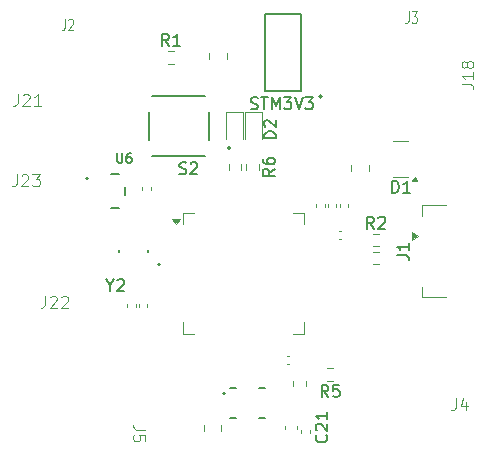
<source format=gbr>
%TF.GenerationSoftware,KiCad,Pcbnew,9.0.3*%
%TF.CreationDate,2025-08-28T18:14:41+08:00*%
%TF.ProjectId,STM_Board,53544d5f-426f-4617-9264-2e6b69636164,rev?*%
%TF.SameCoordinates,Original*%
%TF.FileFunction,Legend,Top*%
%TF.FilePolarity,Positive*%
%FSLAX46Y46*%
G04 Gerber Fmt 4.6, Leading zero omitted, Abs format (unit mm)*
G04 Created by KiCad (PCBNEW 9.0.3) date 2025-08-28 18:14:41*
%MOMM*%
%LPD*%
G01*
G04 APERTURE LIST*
%ADD10C,0.100000*%
%ADD11C,0.150000*%
%ADD12C,0.120000*%
%ADD13C,0.127000*%
%ADD14C,0.200000*%
%ADD15C,0.203200*%
G04 APERTURE END LIST*
D10*
X136992580Y-89116666D02*
X136278295Y-89116666D01*
X136278295Y-89116666D02*
X136135438Y-89069047D01*
X136135438Y-89069047D02*
X136040200Y-88973809D01*
X136040200Y-88973809D02*
X135992580Y-88830952D01*
X135992580Y-88830952D02*
X135992580Y-88735714D01*
X136992580Y-90069047D02*
X136992580Y-89592857D01*
X136992580Y-89592857D02*
X136516390Y-89545238D01*
X136516390Y-89545238D02*
X136564009Y-89592857D01*
X136564009Y-89592857D02*
X136611628Y-89688095D01*
X136611628Y-89688095D02*
X136611628Y-89926190D01*
X136611628Y-89926190D02*
X136564009Y-90021428D01*
X136564009Y-90021428D02*
X136516390Y-90069047D01*
X136516390Y-90069047D02*
X136421152Y-90116666D01*
X136421152Y-90116666D02*
X136183057Y-90116666D01*
X136183057Y-90116666D02*
X136087819Y-90069047D01*
X136087819Y-90069047D02*
X136040200Y-90021428D01*
X136040200Y-90021428D02*
X135992580Y-89926190D01*
X135992580Y-89926190D02*
X135992580Y-89688095D01*
X135992580Y-89688095D02*
X136040200Y-89592857D01*
X136040200Y-89592857D02*
X136087819Y-89545238D01*
D11*
X148078819Y-64438094D02*
X147078819Y-64438094D01*
X147078819Y-64438094D02*
X147078819Y-64199999D01*
X147078819Y-64199999D02*
X147126438Y-64057142D01*
X147126438Y-64057142D02*
X147221676Y-63961904D01*
X147221676Y-63961904D02*
X147316914Y-63914285D01*
X147316914Y-63914285D02*
X147507390Y-63866666D01*
X147507390Y-63866666D02*
X147650247Y-63866666D01*
X147650247Y-63866666D02*
X147840723Y-63914285D01*
X147840723Y-63914285D02*
X147935961Y-63961904D01*
X147935961Y-63961904D02*
X148031200Y-64057142D01*
X148031200Y-64057142D02*
X148078819Y-64199999D01*
X148078819Y-64199999D02*
X148078819Y-64438094D01*
X147174057Y-63485713D02*
X147126438Y-63438094D01*
X147126438Y-63438094D02*
X147078819Y-63342856D01*
X147078819Y-63342856D02*
X147078819Y-63104761D01*
X147078819Y-63104761D02*
X147126438Y-63009523D01*
X147126438Y-63009523D02*
X147174057Y-62961904D01*
X147174057Y-62961904D02*
X147269295Y-62914285D01*
X147269295Y-62914285D02*
X147364533Y-62914285D01*
X147364533Y-62914285D02*
X147507390Y-62961904D01*
X147507390Y-62961904D02*
X148078819Y-63533332D01*
X148078819Y-63533332D02*
X148078819Y-62914285D01*
X147984819Y-67041666D02*
X147508628Y-67374999D01*
X147984819Y-67613094D02*
X146984819Y-67613094D01*
X146984819Y-67613094D02*
X146984819Y-67232142D01*
X146984819Y-67232142D02*
X147032438Y-67136904D01*
X147032438Y-67136904D02*
X147080057Y-67089285D01*
X147080057Y-67089285D02*
X147175295Y-67041666D01*
X147175295Y-67041666D02*
X147318152Y-67041666D01*
X147318152Y-67041666D02*
X147413390Y-67089285D01*
X147413390Y-67089285D02*
X147461009Y-67136904D01*
X147461009Y-67136904D02*
X147508628Y-67232142D01*
X147508628Y-67232142D02*
X147508628Y-67613094D01*
X146984819Y-66184523D02*
X146984819Y-66374999D01*
X146984819Y-66374999D02*
X147032438Y-66470237D01*
X147032438Y-66470237D02*
X147080057Y-66517856D01*
X147080057Y-66517856D02*
X147222914Y-66613094D01*
X147222914Y-66613094D02*
X147413390Y-66660713D01*
X147413390Y-66660713D02*
X147794342Y-66660713D01*
X147794342Y-66660713D02*
X147889580Y-66613094D01*
X147889580Y-66613094D02*
X147937200Y-66565475D01*
X147937200Y-66565475D02*
X147984819Y-66470237D01*
X147984819Y-66470237D02*
X147984819Y-66279761D01*
X147984819Y-66279761D02*
X147937200Y-66184523D01*
X147937200Y-66184523D02*
X147889580Y-66136904D01*
X147889580Y-66136904D02*
X147794342Y-66089285D01*
X147794342Y-66089285D02*
X147556247Y-66089285D01*
X147556247Y-66089285D02*
X147461009Y-66136904D01*
X147461009Y-66136904D02*
X147413390Y-66184523D01*
X147413390Y-66184523D02*
X147365771Y-66279761D01*
X147365771Y-66279761D02*
X147365771Y-66470237D01*
X147365771Y-66470237D02*
X147413390Y-66565475D01*
X147413390Y-66565475D02*
X147461009Y-66613094D01*
X147461009Y-66613094D02*
X147556247Y-66660713D01*
X157924405Y-69054819D02*
X157924405Y-68054819D01*
X157924405Y-68054819D02*
X158162500Y-68054819D01*
X158162500Y-68054819D02*
X158305357Y-68102438D01*
X158305357Y-68102438D02*
X158400595Y-68197676D01*
X158400595Y-68197676D02*
X158448214Y-68292914D01*
X158448214Y-68292914D02*
X158495833Y-68483390D01*
X158495833Y-68483390D02*
X158495833Y-68626247D01*
X158495833Y-68626247D02*
X158448214Y-68816723D01*
X158448214Y-68816723D02*
X158400595Y-68911961D01*
X158400595Y-68911961D02*
X158305357Y-69007200D01*
X158305357Y-69007200D02*
X158162500Y-69054819D01*
X158162500Y-69054819D02*
X157924405Y-69054819D01*
X159448214Y-69054819D02*
X158876786Y-69054819D01*
X159162500Y-69054819D02*
X159162500Y-68054819D01*
X159162500Y-68054819D02*
X159067262Y-68197676D01*
X159067262Y-68197676D02*
X158972024Y-68292914D01*
X158972024Y-68292914D02*
X158876786Y-68340533D01*
D10*
X126240476Y-60707419D02*
X126240476Y-61421704D01*
X126240476Y-61421704D02*
X126192857Y-61564561D01*
X126192857Y-61564561D02*
X126097619Y-61659800D01*
X126097619Y-61659800D02*
X125954762Y-61707419D01*
X125954762Y-61707419D02*
X125859524Y-61707419D01*
X126669048Y-60802657D02*
X126716667Y-60755038D01*
X126716667Y-60755038D02*
X126811905Y-60707419D01*
X126811905Y-60707419D02*
X127050000Y-60707419D01*
X127050000Y-60707419D02*
X127145238Y-60755038D01*
X127145238Y-60755038D02*
X127192857Y-60802657D01*
X127192857Y-60802657D02*
X127240476Y-60897895D01*
X127240476Y-60897895D02*
X127240476Y-60993133D01*
X127240476Y-60993133D02*
X127192857Y-61135990D01*
X127192857Y-61135990D02*
X126621429Y-61707419D01*
X126621429Y-61707419D02*
X127240476Y-61707419D01*
X128192857Y-61707419D02*
X127621429Y-61707419D01*
X127907143Y-61707419D02*
X127907143Y-60707419D01*
X127907143Y-60707419D02*
X127811905Y-60850276D01*
X127811905Y-60850276D02*
X127716667Y-60945514D01*
X127716667Y-60945514D02*
X127621429Y-60993133D01*
D11*
X134048809Y-76888628D02*
X134048809Y-77364819D01*
X133715476Y-76364819D02*
X134048809Y-76888628D01*
X134048809Y-76888628D02*
X134382142Y-76364819D01*
X134667857Y-76460057D02*
X134715476Y-76412438D01*
X134715476Y-76412438D02*
X134810714Y-76364819D01*
X134810714Y-76364819D02*
X135048809Y-76364819D01*
X135048809Y-76364819D02*
X135144047Y-76412438D01*
X135144047Y-76412438D02*
X135191666Y-76460057D01*
X135191666Y-76460057D02*
X135239285Y-76555295D01*
X135239285Y-76555295D02*
X135239285Y-76650533D01*
X135239285Y-76650533D02*
X135191666Y-76793390D01*
X135191666Y-76793390D02*
X134620238Y-77364819D01*
X134620238Y-77364819D02*
X135239285Y-77364819D01*
D10*
X163807419Y-59859523D02*
X164521704Y-59859523D01*
X164521704Y-59859523D02*
X164664561Y-59907142D01*
X164664561Y-59907142D02*
X164759800Y-60002380D01*
X164759800Y-60002380D02*
X164807419Y-60145237D01*
X164807419Y-60145237D02*
X164807419Y-60240475D01*
X164807419Y-58859523D02*
X164807419Y-59430951D01*
X164807419Y-59145237D02*
X163807419Y-59145237D01*
X163807419Y-59145237D02*
X163950276Y-59240475D01*
X163950276Y-59240475D02*
X164045514Y-59335713D01*
X164045514Y-59335713D02*
X164093133Y-59430951D01*
X164235990Y-58288094D02*
X164188371Y-58383332D01*
X164188371Y-58383332D02*
X164140752Y-58430951D01*
X164140752Y-58430951D02*
X164045514Y-58478570D01*
X164045514Y-58478570D02*
X163997895Y-58478570D01*
X163997895Y-58478570D02*
X163902657Y-58430951D01*
X163902657Y-58430951D02*
X163855038Y-58383332D01*
X163855038Y-58383332D02*
X163807419Y-58288094D01*
X163807419Y-58288094D02*
X163807419Y-58097618D01*
X163807419Y-58097618D02*
X163855038Y-58002380D01*
X163855038Y-58002380D02*
X163902657Y-57954761D01*
X163902657Y-57954761D02*
X163997895Y-57907142D01*
X163997895Y-57907142D02*
X164045514Y-57907142D01*
X164045514Y-57907142D02*
X164140752Y-57954761D01*
X164140752Y-57954761D02*
X164188371Y-58002380D01*
X164188371Y-58002380D02*
X164235990Y-58097618D01*
X164235990Y-58097618D02*
X164235990Y-58288094D01*
X164235990Y-58288094D02*
X164283609Y-58383332D01*
X164283609Y-58383332D02*
X164331228Y-58430951D01*
X164331228Y-58430951D02*
X164426466Y-58478570D01*
X164426466Y-58478570D02*
X164616942Y-58478570D01*
X164616942Y-58478570D02*
X164712180Y-58430951D01*
X164712180Y-58430951D02*
X164759800Y-58383332D01*
X164759800Y-58383332D02*
X164807419Y-58288094D01*
X164807419Y-58288094D02*
X164807419Y-58097618D01*
X164807419Y-58097618D02*
X164759800Y-58002380D01*
X164759800Y-58002380D02*
X164712180Y-57954761D01*
X164712180Y-57954761D02*
X164616942Y-57907142D01*
X164616942Y-57907142D02*
X164426466Y-57907142D01*
X164426466Y-57907142D02*
X164331228Y-57954761D01*
X164331228Y-57954761D02*
X164283609Y-58002380D01*
X164283609Y-58002380D02*
X164235990Y-58097618D01*
D11*
X134640476Y-65712295D02*
X134640476Y-66359914D01*
X134640476Y-66359914D02*
X134678571Y-66436104D01*
X134678571Y-66436104D02*
X134716666Y-66474200D01*
X134716666Y-66474200D02*
X134792857Y-66512295D01*
X134792857Y-66512295D02*
X134945238Y-66512295D01*
X134945238Y-66512295D02*
X135021428Y-66474200D01*
X135021428Y-66474200D02*
X135059523Y-66436104D01*
X135059523Y-66436104D02*
X135097619Y-66359914D01*
X135097619Y-66359914D02*
X135097619Y-65712295D01*
X135821428Y-65712295D02*
X135669047Y-65712295D01*
X135669047Y-65712295D02*
X135592856Y-65750390D01*
X135592856Y-65750390D02*
X135554761Y-65788485D01*
X135554761Y-65788485D02*
X135478571Y-65902771D01*
X135478571Y-65902771D02*
X135440475Y-66055152D01*
X135440475Y-66055152D02*
X135440475Y-66359914D01*
X135440475Y-66359914D02*
X135478571Y-66436104D01*
X135478571Y-66436104D02*
X135516666Y-66474200D01*
X135516666Y-66474200D02*
X135592856Y-66512295D01*
X135592856Y-66512295D02*
X135745237Y-66512295D01*
X135745237Y-66512295D02*
X135821428Y-66474200D01*
X135821428Y-66474200D02*
X135859523Y-66436104D01*
X135859523Y-66436104D02*
X135897618Y-66359914D01*
X135897618Y-66359914D02*
X135897618Y-66169438D01*
X135897618Y-66169438D02*
X135859523Y-66093247D01*
X135859523Y-66093247D02*
X135821428Y-66055152D01*
X135821428Y-66055152D02*
X135745237Y-66017057D01*
X135745237Y-66017057D02*
X135592856Y-66017057D01*
X135592856Y-66017057D02*
X135516666Y-66055152D01*
X135516666Y-66055152D02*
X135478571Y-66093247D01*
X135478571Y-66093247D02*
X135440475Y-66169438D01*
D10*
X159316666Y-53707419D02*
X159316666Y-54421704D01*
X159316666Y-54421704D02*
X159283333Y-54564561D01*
X159283333Y-54564561D02*
X159216666Y-54659800D01*
X159216666Y-54659800D02*
X159116666Y-54707419D01*
X159116666Y-54707419D02*
X159050000Y-54707419D01*
X159583333Y-53707419D02*
X160016666Y-53707419D01*
X160016666Y-53707419D02*
X159783333Y-54088371D01*
X159783333Y-54088371D02*
X159883333Y-54088371D01*
X159883333Y-54088371D02*
X159949999Y-54135990D01*
X159949999Y-54135990D02*
X159983333Y-54183609D01*
X159983333Y-54183609D02*
X160016666Y-54278847D01*
X160016666Y-54278847D02*
X160016666Y-54516942D01*
X160016666Y-54516942D02*
X159983333Y-54612180D01*
X159983333Y-54612180D02*
X159949999Y-54659800D01*
X159949999Y-54659800D02*
X159883333Y-54707419D01*
X159883333Y-54707419D02*
X159683333Y-54707419D01*
X159683333Y-54707419D02*
X159616666Y-54659800D01*
X159616666Y-54659800D02*
X159583333Y-54612180D01*
D11*
X139028333Y-56624819D02*
X138695000Y-56148628D01*
X138456905Y-56624819D02*
X138456905Y-55624819D01*
X138456905Y-55624819D02*
X138837857Y-55624819D01*
X138837857Y-55624819D02*
X138933095Y-55672438D01*
X138933095Y-55672438D02*
X138980714Y-55720057D01*
X138980714Y-55720057D02*
X139028333Y-55815295D01*
X139028333Y-55815295D02*
X139028333Y-55958152D01*
X139028333Y-55958152D02*
X138980714Y-56053390D01*
X138980714Y-56053390D02*
X138933095Y-56101009D01*
X138933095Y-56101009D02*
X138837857Y-56148628D01*
X138837857Y-56148628D02*
X138456905Y-56148628D01*
X139980714Y-56624819D02*
X139409286Y-56624819D01*
X139695000Y-56624819D02*
X139695000Y-55624819D01*
X139695000Y-55624819D02*
X139599762Y-55767676D01*
X139599762Y-55767676D02*
X139504524Y-55862914D01*
X139504524Y-55862914D02*
X139409286Y-55910533D01*
X139925595Y-67442200D02*
X140068452Y-67489819D01*
X140068452Y-67489819D02*
X140306547Y-67489819D01*
X140306547Y-67489819D02*
X140401785Y-67442200D01*
X140401785Y-67442200D02*
X140449404Y-67394580D01*
X140449404Y-67394580D02*
X140497023Y-67299342D01*
X140497023Y-67299342D02*
X140497023Y-67204104D01*
X140497023Y-67204104D02*
X140449404Y-67108866D01*
X140449404Y-67108866D02*
X140401785Y-67061247D01*
X140401785Y-67061247D02*
X140306547Y-67013628D01*
X140306547Y-67013628D02*
X140116071Y-66966009D01*
X140116071Y-66966009D02*
X140020833Y-66918390D01*
X140020833Y-66918390D02*
X139973214Y-66870771D01*
X139973214Y-66870771D02*
X139925595Y-66775533D01*
X139925595Y-66775533D02*
X139925595Y-66680295D01*
X139925595Y-66680295D02*
X139973214Y-66585057D01*
X139973214Y-66585057D02*
X140020833Y-66537438D01*
X140020833Y-66537438D02*
X140116071Y-66489819D01*
X140116071Y-66489819D02*
X140354166Y-66489819D01*
X140354166Y-66489819D02*
X140497023Y-66537438D01*
X140877976Y-66585057D02*
X140925595Y-66537438D01*
X140925595Y-66537438D02*
X141020833Y-66489819D01*
X141020833Y-66489819D02*
X141258928Y-66489819D01*
X141258928Y-66489819D02*
X141354166Y-66537438D01*
X141354166Y-66537438D02*
X141401785Y-66585057D01*
X141401785Y-66585057D02*
X141449404Y-66680295D01*
X141449404Y-66680295D02*
X141449404Y-66775533D01*
X141449404Y-66775533D02*
X141401785Y-66918390D01*
X141401785Y-66918390D02*
X140830357Y-67489819D01*
X140830357Y-67489819D02*
X141449404Y-67489819D01*
X152528333Y-86334819D02*
X152195000Y-85858628D01*
X151956905Y-86334819D02*
X151956905Y-85334819D01*
X151956905Y-85334819D02*
X152337857Y-85334819D01*
X152337857Y-85334819D02*
X152433095Y-85382438D01*
X152433095Y-85382438D02*
X152480714Y-85430057D01*
X152480714Y-85430057D02*
X152528333Y-85525295D01*
X152528333Y-85525295D02*
X152528333Y-85668152D01*
X152528333Y-85668152D02*
X152480714Y-85763390D01*
X152480714Y-85763390D02*
X152433095Y-85811009D01*
X152433095Y-85811009D02*
X152337857Y-85858628D01*
X152337857Y-85858628D02*
X151956905Y-85858628D01*
X153433095Y-85334819D02*
X152956905Y-85334819D01*
X152956905Y-85334819D02*
X152909286Y-85811009D01*
X152909286Y-85811009D02*
X152956905Y-85763390D01*
X152956905Y-85763390D02*
X153052143Y-85715771D01*
X153052143Y-85715771D02*
X153290238Y-85715771D01*
X153290238Y-85715771D02*
X153385476Y-85763390D01*
X153385476Y-85763390D02*
X153433095Y-85811009D01*
X153433095Y-85811009D02*
X153480714Y-85906247D01*
X153480714Y-85906247D02*
X153480714Y-86144342D01*
X153480714Y-86144342D02*
X153433095Y-86239580D01*
X153433095Y-86239580D02*
X153385476Y-86287200D01*
X153385476Y-86287200D02*
X153290238Y-86334819D01*
X153290238Y-86334819D02*
X153052143Y-86334819D01*
X153052143Y-86334819D02*
X152956905Y-86287200D01*
X152956905Y-86287200D02*
X152909286Y-86239580D01*
X156383333Y-72099819D02*
X156050000Y-71623628D01*
X155811905Y-72099819D02*
X155811905Y-71099819D01*
X155811905Y-71099819D02*
X156192857Y-71099819D01*
X156192857Y-71099819D02*
X156288095Y-71147438D01*
X156288095Y-71147438D02*
X156335714Y-71195057D01*
X156335714Y-71195057D02*
X156383333Y-71290295D01*
X156383333Y-71290295D02*
X156383333Y-71433152D01*
X156383333Y-71433152D02*
X156335714Y-71528390D01*
X156335714Y-71528390D02*
X156288095Y-71576009D01*
X156288095Y-71576009D02*
X156192857Y-71623628D01*
X156192857Y-71623628D02*
X155811905Y-71623628D01*
X156764286Y-71195057D02*
X156811905Y-71147438D01*
X156811905Y-71147438D02*
X156907143Y-71099819D01*
X156907143Y-71099819D02*
X157145238Y-71099819D01*
X157145238Y-71099819D02*
X157240476Y-71147438D01*
X157240476Y-71147438D02*
X157288095Y-71195057D01*
X157288095Y-71195057D02*
X157335714Y-71290295D01*
X157335714Y-71290295D02*
X157335714Y-71385533D01*
X157335714Y-71385533D02*
X157288095Y-71528390D01*
X157288095Y-71528390D02*
X156716667Y-72099819D01*
X156716667Y-72099819D02*
X157335714Y-72099819D01*
D10*
X130216666Y-54307419D02*
X130216666Y-55021704D01*
X130216666Y-55021704D02*
X130183333Y-55164561D01*
X130183333Y-55164561D02*
X130116666Y-55259800D01*
X130116666Y-55259800D02*
X130016666Y-55307419D01*
X130016666Y-55307419D02*
X129950000Y-55307419D01*
X130516666Y-54402657D02*
X130549999Y-54355038D01*
X130549999Y-54355038D02*
X130616666Y-54307419D01*
X130616666Y-54307419D02*
X130783333Y-54307419D01*
X130783333Y-54307419D02*
X130849999Y-54355038D01*
X130849999Y-54355038D02*
X130883333Y-54402657D01*
X130883333Y-54402657D02*
X130916666Y-54497895D01*
X130916666Y-54497895D02*
X130916666Y-54593133D01*
X130916666Y-54593133D02*
X130883333Y-54735990D01*
X130883333Y-54735990D02*
X130483333Y-55307419D01*
X130483333Y-55307419D02*
X130916666Y-55307419D01*
X126140476Y-67507419D02*
X126140476Y-68221704D01*
X126140476Y-68221704D02*
X126092857Y-68364561D01*
X126092857Y-68364561D02*
X125997619Y-68459800D01*
X125997619Y-68459800D02*
X125854762Y-68507419D01*
X125854762Y-68507419D02*
X125759524Y-68507419D01*
X126569048Y-67602657D02*
X126616667Y-67555038D01*
X126616667Y-67555038D02*
X126711905Y-67507419D01*
X126711905Y-67507419D02*
X126950000Y-67507419D01*
X126950000Y-67507419D02*
X127045238Y-67555038D01*
X127045238Y-67555038D02*
X127092857Y-67602657D01*
X127092857Y-67602657D02*
X127140476Y-67697895D01*
X127140476Y-67697895D02*
X127140476Y-67793133D01*
X127140476Y-67793133D02*
X127092857Y-67935990D01*
X127092857Y-67935990D02*
X126521429Y-68507419D01*
X126521429Y-68507419D02*
X127140476Y-68507419D01*
X127473810Y-67507419D02*
X128092857Y-67507419D01*
X128092857Y-67507419D02*
X127759524Y-67888371D01*
X127759524Y-67888371D02*
X127902381Y-67888371D01*
X127902381Y-67888371D02*
X127997619Y-67935990D01*
X127997619Y-67935990D02*
X128045238Y-67983609D01*
X128045238Y-67983609D02*
X128092857Y-68078847D01*
X128092857Y-68078847D02*
X128092857Y-68316942D01*
X128092857Y-68316942D02*
X128045238Y-68412180D01*
X128045238Y-68412180D02*
X127997619Y-68459800D01*
X127997619Y-68459800D02*
X127902381Y-68507419D01*
X127902381Y-68507419D02*
X127616667Y-68507419D01*
X127616667Y-68507419D02*
X127521429Y-68459800D01*
X127521429Y-68459800D02*
X127473810Y-68412180D01*
X163296810Y-86476147D02*
X163296810Y-87190432D01*
X163296810Y-87190432D02*
X163249191Y-87333289D01*
X163249191Y-87333289D02*
X163153953Y-87428528D01*
X163153953Y-87428528D02*
X163011096Y-87476147D01*
X163011096Y-87476147D02*
X162915858Y-87476147D01*
X164201572Y-86809480D02*
X164201572Y-87476147D01*
X163963477Y-86428528D02*
X163725382Y-87142813D01*
X163725382Y-87142813D02*
X164344429Y-87142813D01*
D11*
X158348819Y-74333333D02*
X159063104Y-74333333D01*
X159063104Y-74333333D02*
X159205961Y-74380952D01*
X159205961Y-74380952D02*
X159301200Y-74476190D01*
X159301200Y-74476190D02*
X159348819Y-74619047D01*
X159348819Y-74619047D02*
X159348819Y-74714285D01*
X159348819Y-73333333D02*
X159348819Y-73904761D01*
X159348819Y-73619047D02*
X158348819Y-73619047D01*
X158348819Y-73619047D02*
X158491676Y-73714285D01*
X158491676Y-73714285D02*
X158586914Y-73809523D01*
X158586914Y-73809523D02*
X158634533Y-73904761D01*
X145973717Y-61932396D02*
X146116641Y-61980037D01*
X146116641Y-61980037D02*
X146354849Y-61980037D01*
X146354849Y-61980037D02*
X146450132Y-61932396D01*
X146450132Y-61932396D02*
X146497773Y-61884754D01*
X146497773Y-61884754D02*
X146545415Y-61789471D01*
X146545415Y-61789471D02*
X146545415Y-61694188D01*
X146545415Y-61694188D02*
X146497773Y-61598905D01*
X146497773Y-61598905D02*
X146450132Y-61551263D01*
X146450132Y-61551263D02*
X146354849Y-61503622D01*
X146354849Y-61503622D02*
X146164283Y-61455980D01*
X146164283Y-61455980D02*
X146069000Y-61408339D01*
X146069000Y-61408339D02*
X146021358Y-61360697D01*
X146021358Y-61360697D02*
X145973717Y-61265414D01*
X145973717Y-61265414D02*
X145973717Y-61170131D01*
X145973717Y-61170131D02*
X146021358Y-61074848D01*
X146021358Y-61074848D02*
X146069000Y-61027207D01*
X146069000Y-61027207D02*
X146164283Y-60979565D01*
X146164283Y-60979565D02*
X146402490Y-60979565D01*
X146402490Y-60979565D02*
X146545415Y-61027207D01*
X146831264Y-60979565D02*
X147402962Y-60979565D01*
X147117113Y-61980037D02*
X147117113Y-60979565D01*
X147736452Y-61980037D02*
X147736452Y-60979565D01*
X147736452Y-60979565D02*
X148069943Y-61694188D01*
X148069943Y-61694188D02*
X148403433Y-60979565D01*
X148403433Y-60979565D02*
X148403433Y-61980037D01*
X148784566Y-60979565D02*
X149403906Y-60979565D01*
X149403906Y-60979565D02*
X149070415Y-61360697D01*
X149070415Y-61360697D02*
X149213340Y-61360697D01*
X149213340Y-61360697D02*
X149308623Y-61408339D01*
X149308623Y-61408339D02*
X149356264Y-61455980D01*
X149356264Y-61455980D02*
X149403906Y-61551263D01*
X149403906Y-61551263D02*
X149403906Y-61789471D01*
X149403906Y-61789471D02*
X149356264Y-61884754D01*
X149356264Y-61884754D02*
X149308623Y-61932396D01*
X149308623Y-61932396D02*
X149213340Y-61980037D01*
X149213340Y-61980037D02*
X148927491Y-61980037D01*
X148927491Y-61980037D02*
X148832208Y-61932396D01*
X148832208Y-61932396D02*
X148784566Y-61884754D01*
X149689755Y-60979565D02*
X150023245Y-61980037D01*
X150023245Y-61980037D02*
X150356736Y-60979565D01*
X150594943Y-60979565D02*
X151214283Y-60979565D01*
X151214283Y-60979565D02*
X150880792Y-61360697D01*
X150880792Y-61360697D02*
X151023717Y-61360697D01*
X151023717Y-61360697D02*
X151119000Y-61408339D01*
X151119000Y-61408339D02*
X151166641Y-61455980D01*
X151166641Y-61455980D02*
X151214283Y-61551263D01*
X151214283Y-61551263D02*
X151214283Y-61789471D01*
X151214283Y-61789471D02*
X151166641Y-61884754D01*
X151166641Y-61884754D02*
X151119000Y-61932396D01*
X151119000Y-61932396D02*
X151023717Y-61980037D01*
X151023717Y-61980037D02*
X150737868Y-61980037D01*
X150737868Y-61980037D02*
X150642585Y-61932396D01*
X150642585Y-61932396D02*
X150594943Y-61884754D01*
X152359580Y-89567857D02*
X152407200Y-89615476D01*
X152407200Y-89615476D02*
X152454819Y-89758333D01*
X152454819Y-89758333D02*
X152454819Y-89853571D01*
X152454819Y-89853571D02*
X152407200Y-89996428D01*
X152407200Y-89996428D02*
X152311961Y-90091666D01*
X152311961Y-90091666D02*
X152216723Y-90139285D01*
X152216723Y-90139285D02*
X152026247Y-90186904D01*
X152026247Y-90186904D02*
X151883390Y-90186904D01*
X151883390Y-90186904D02*
X151692914Y-90139285D01*
X151692914Y-90139285D02*
X151597676Y-90091666D01*
X151597676Y-90091666D02*
X151502438Y-89996428D01*
X151502438Y-89996428D02*
X151454819Y-89853571D01*
X151454819Y-89853571D02*
X151454819Y-89758333D01*
X151454819Y-89758333D02*
X151502438Y-89615476D01*
X151502438Y-89615476D02*
X151550057Y-89567857D01*
X151550057Y-89186904D02*
X151502438Y-89139285D01*
X151502438Y-89139285D02*
X151454819Y-89044047D01*
X151454819Y-89044047D02*
X151454819Y-88805952D01*
X151454819Y-88805952D02*
X151502438Y-88710714D01*
X151502438Y-88710714D02*
X151550057Y-88663095D01*
X151550057Y-88663095D02*
X151645295Y-88615476D01*
X151645295Y-88615476D02*
X151740533Y-88615476D01*
X151740533Y-88615476D02*
X151883390Y-88663095D01*
X151883390Y-88663095D02*
X152454819Y-89234523D01*
X152454819Y-89234523D02*
X152454819Y-88615476D01*
X152454819Y-87663095D02*
X152454819Y-88234523D01*
X152454819Y-87948809D02*
X151454819Y-87948809D01*
X151454819Y-87948809D02*
X151597676Y-88044047D01*
X151597676Y-88044047D02*
X151692914Y-88139285D01*
X151692914Y-88139285D02*
X151740533Y-88234523D01*
D10*
X128540476Y-77807419D02*
X128540476Y-78521704D01*
X128540476Y-78521704D02*
X128492857Y-78664561D01*
X128492857Y-78664561D02*
X128397619Y-78759800D01*
X128397619Y-78759800D02*
X128254762Y-78807419D01*
X128254762Y-78807419D02*
X128159524Y-78807419D01*
X128969048Y-77902657D02*
X129016667Y-77855038D01*
X129016667Y-77855038D02*
X129111905Y-77807419D01*
X129111905Y-77807419D02*
X129350000Y-77807419D01*
X129350000Y-77807419D02*
X129445238Y-77855038D01*
X129445238Y-77855038D02*
X129492857Y-77902657D01*
X129492857Y-77902657D02*
X129540476Y-77997895D01*
X129540476Y-77997895D02*
X129540476Y-78093133D01*
X129540476Y-78093133D02*
X129492857Y-78235990D01*
X129492857Y-78235990D02*
X128921429Y-78807419D01*
X128921429Y-78807419D02*
X129540476Y-78807419D01*
X129921429Y-77902657D02*
X129969048Y-77855038D01*
X129969048Y-77855038D02*
X130064286Y-77807419D01*
X130064286Y-77807419D02*
X130302381Y-77807419D01*
X130302381Y-77807419D02*
X130397619Y-77855038D01*
X130397619Y-77855038D02*
X130445238Y-77902657D01*
X130445238Y-77902657D02*
X130492857Y-77997895D01*
X130492857Y-77997895D02*
X130492857Y-78093133D01*
X130492857Y-78093133D02*
X130445238Y-78235990D01*
X130445238Y-78235990D02*
X129873810Y-78807419D01*
X129873810Y-78807419D02*
X130492857Y-78807419D01*
D12*
%TO.C,C20*%
X150240000Y-89357836D02*
X150240000Y-89142164D01*
X150960000Y-89357836D02*
X150960000Y-89142164D01*
%TO.C,D2*%
X145459000Y-62215000D02*
X145459000Y-64500000D01*
X146929000Y-62215000D02*
X145459000Y-62215000D01*
X146929000Y-64500000D02*
X146929000Y-62215000D01*
%TO.C,R6*%
X145577500Y-66637742D02*
X145577500Y-67112258D01*
X146622500Y-66637742D02*
X146622500Y-67112258D01*
%TO.C,D1*%
X158662500Y-64640000D02*
X158012500Y-64640000D01*
X158662500Y-64640000D02*
X159312500Y-64640000D01*
X158662500Y-67760000D02*
X158012500Y-67760000D01*
X158662500Y-67760000D02*
X159312500Y-67760000D01*
X160065000Y-68040000D02*
X159585000Y-68040000D01*
X159825000Y-67710000D01*
X160065000Y-68040000D01*
G36*
X160065000Y-68040000D02*
G01*
X159585000Y-68040000D01*
X159825000Y-67710000D01*
X160065000Y-68040000D01*
G37*
%TO.C,C7*%
X148992164Y-82840000D02*
X149207836Y-82840000D01*
X148992164Y-83560000D02*
X149207836Y-83560000D01*
%TO.C,C3*%
X135490000Y-78517164D02*
X135490000Y-78732836D01*
X136210000Y-78517164D02*
X136210000Y-78732836D01*
D13*
%TO.C,Y2*%
X134800000Y-74105000D02*
X134800000Y-73945000D01*
X137300000Y-74105000D02*
X137300000Y-73945000D01*
D14*
X138300000Y-75125000D02*
G75*
G02*
X138100000Y-75125000I-100000J0D01*
G01*
X138100000Y-75125000D02*
G75*
G02*
X138300000Y-75125000I100000J0D01*
G01*
D13*
%TO.C,U4*%
X144195000Y-85615000D02*
X144705000Y-85615000D01*
X144195000Y-88115000D02*
X144705000Y-88115000D01*
X146685000Y-85615000D02*
X147195000Y-85615000D01*
X147195000Y-88115000D02*
X146685000Y-88115000D01*
D14*
X143795000Y-86065000D02*
G75*
G02*
X143595000Y-86065000I-100000J0D01*
G01*
X143595000Y-86065000D02*
G75*
G02*
X143795000Y-86065000I100000J0D01*
G01*
D12*
%TO.C,C1*%
X153490000Y-70232836D02*
X153490000Y-70017164D01*
X154210000Y-70232836D02*
X154210000Y-70017164D01*
%TO.C,C8*%
X142460000Y-57188748D02*
X142460000Y-57711252D01*
X143930000Y-57188748D02*
X143930000Y-57711252D01*
%TO.C,C22*%
X141960000Y-88688748D02*
X141960000Y-89211252D01*
X143430000Y-88688748D02*
X143430000Y-89211252D01*
D13*
%TO.C,U6*%
X134165000Y-67450000D02*
X134825000Y-67450000D01*
X134825000Y-70350000D02*
X134165000Y-70350000D01*
X135295000Y-68565000D02*
X135295000Y-69235000D01*
D14*
X132185000Y-67850000D02*
G75*
G02*
X131985000Y-67850000I-100000J0D01*
G01*
X131985000Y-67850000D02*
G75*
G02*
X132185000Y-67850000I100000J0D01*
G01*
D12*
%TO.C,CBATT1*%
X154460000Y-66688748D02*
X154460000Y-67211252D01*
X155930000Y-66688748D02*
X155930000Y-67211252D01*
%TO.C,R1*%
X138957742Y-57077500D02*
X139432258Y-57077500D01*
X138957742Y-58122500D02*
X139432258Y-58122500D01*
D13*
%TO.C,S2*%
X137312500Y-62220000D02*
X137312500Y-64580000D01*
X137612500Y-60850000D02*
X142112500Y-60850000D01*
X137612500Y-65950000D02*
X142112500Y-65950000D01*
X142412500Y-64580000D02*
X142412500Y-62220000D01*
D14*
X144212500Y-65275000D02*
G75*
G02*
X144012500Y-65275000I-100000J0D01*
G01*
X144012500Y-65275000D02*
G75*
G02*
X144212500Y-65275000I100000J0D01*
G01*
D12*
%TO.C,R5*%
X152932258Y-83927500D02*
X152457742Y-83927500D01*
X152932258Y-84972500D02*
X152457742Y-84972500D01*
%TO.C,R2*%
X156312742Y-72552500D02*
X156787258Y-72552500D01*
X156312742Y-73597500D02*
X156787258Y-73597500D01*
%TO.C,C2*%
X152490000Y-70232836D02*
X152490000Y-70017164D01*
X153210000Y-70232836D02*
X153210000Y-70017164D01*
%TO.C,C4*%
X136490000Y-78517164D02*
X136490000Y-78732836D01*
X137210000Y-78517164D02*
X137210000Y-78732836D01*
%TO.C,J1*%
X160424000Y-70130000D02*
X162494000Y-70130000D01*
X160424000Y-71000000D02*
X160424000Y-70130000D01*
X160424000Y-77870000D02*
X160424000Y-77000000D01*
X160424000Y-77870000D02*
X162494000Y-77870000D01*
X160084000Y-72700000D02*
X159614000Y-73040000D01*
X159614000Y-72360000D01*
X160084000Y-72700000D01*
G36*
X160084000Y-72700000D02*
G01*
X159614000Y-73040000D01*
X159614000Y-72360000D01*
X160084000Y-72700000D01*
G37*
%TO.C,R3*%
X156312742Y-74052500D02*
X156787258Y-74052500D01*
X156312742Y-75097500D02*
X156787258Y-75097500D01*
D15*
%TO.C,STM3V3*%
X147200000Y-53950000D02*
X150200000Y-53950000D01*
X147200000Y-60450000D02*
X147200000Y-53950000D01*
X150200000Y-53950000D02*
X150200000Y-60450000D01*
X150200000Y-60450000D02*
X147200000Y-60450000D01*
D13*
X152002000Y-60883000D02*
G75*
G02*
X151748000Y-60883000I-127000J0D01*
G01*
X151748000Y-60883000D02*
G75*
G02*
X152002000Y-60883000I127000J0D01*
G01*
D12*
%TO.C,C6*%
X153397164Y-72265000D02*
X153612836Y-72265000D01*
X153397164Y-72985000D02*
X153612836Y-72985000D01*
%TO.C,R7*%
X144077500Y-66637742D02*
X144077500Y-67112258D01*
X145122500Y-66637742D02*
X145122500Y-67112258D01*
%TO.C,R4*%
X149577500Y-84962742D02*
X149577500Y-85437258D01*
X150622500Y-84962742D02*
X150622500Y-85437258D01*
%TO.C,C21*%
X148840000Y-89065580D02*
X148840000Y-88784420D01*
X149860000Y-89065580D02*
X149860000Y-88784420D01*
%TO.C,U2*%
X140240000Y-70765000D02*
X140240000Y-71715000D01*
X140240000Y-80985000D02*
X140240000Y-80035000D01*
X141190000Y-70765000D02*
X140240000Y-70765000D01*
X141190000Y-80985000D02*
X140240000Y-80985000D01*
X149510000Y-70765000D02*
X150460000Y-70765000D01*
X149510000Y-80985000D02*
X150460000Y-80985000D01*
X150460000Y-70765000D02*
X150460000Y-71715000D01*
X150460000Y-80985000D02*
X150460000Y-80035000D01*
X139625000Y-71715000D02*
X139285000Y-71245000D01*
X139965000Y-71245000D01*
X139625000Y-71715000D01*
G36*
X139625000Y-71715000D02*
G01*
X139285000Y-71245000D01*
X139965000Y-71245000D01*
X139625000Y-71715000D01*
G37*
%TO.C,C10*%
X136790000Y-68787836D02*
X136790000Y-68572164D01*
X137510000Y-68787836D02*
X137510000Y-68572164D01*
%TO.C,D3*%
X143859000Y-62215000D02*
X143859000Y-64500000D01*
X145329000Y-62215000D02*
X143859000Y-62215000D01*
X145329000Y-64500000D02*
X145329000Y-62215000D01*
%TO.C,C5*%
X151490000Y-70232836D02*
X151490000Y-70017164D01*
X152210000Y-70232836D02*
X152210000Y-70017164D01*
%TD*%
M02*

</source>
